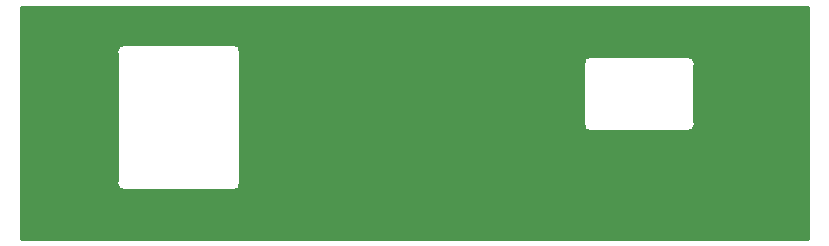
<source format=gtl>
G04 #@! TF.GenerationSoftware,KiCad,Pcbnew,5.0.0-rc2*
G04 #@! TF.CreationDate,2019-06-04T01:47:03-04:00*
G04 #@! TF.ProjectId,panelback,70616E656C6261636B2E6B696361645F,rev?*
G04 #@! TF.SameCoordinates,Original*
G04 #@! TF.FileFunction,Copper,L1,Top,Signal*
G04 #@! TF.FilePolarity,Positive*
%FSLAX46Y46*%
G04 Gerber Fmt 4.6, Leading zero omitted, Abs format (unit mm)*
G04 Created by KiCad (PCBNEW 5.0.0-rc2) date Tue Jun  4 01:47:03 2019*
%MOMM*%
%LPD*%
G01*
G04 APERTURE LIST*
G04 #@! TA.AperFunction,NonConductor*
%ADD10C,0.254000*%
G04 #@! TD*
G04 APERTURE END LIST*
D10*
G36*
X127288801Y-99288800D02*
X60711199Y-99288800D01*
X60711199Y-83500000D01*
X68774867Y-83500000D01*
X68788800Y-83570046D01*
X68788801Y-94429949D01*
X68774867Y-94500000D01*
X68830064Y-94777496D01*
X68873000Y-94841754D01*
X68873000Y-95000000D01*
X68882667Y-95048601D01*
X68910197Y-95089803D01*
X68951399Y-95117333D01*
X69000000Y-95127000D01*
X69158246Y-95127000D01*
X69222504Y-95169936D01*
X69429954Y-95211200D01*
X69500000Y-95225133D01*
X69570045Y-95211200D01*
X78429955Y-95211200D01*
X78500000Y-95225133D01*
X78570046Y-95211200D01*
X78777496Y-95169936D01*
X78841754Y-95127000D01*
X79000000Y-95127000D01*
X79048601Y-95117333D01*
X79089803Y-95089803D01*
X79117333Y-95048601D01*
X79127000Y-95000000D01*
X79127000Y-94841754D01*
X79169936Y-94777496D01*
X79225133Y-94500000D01*
X79211199Y-94429949D01*
X79211199Y-84500000D01*
X108274867Y-84500000D01*
X108288801Y-84570051D01*
X108288800Y-89429953D01*
X108274867Y-89500000D01*
X108330064Y-89777496D01*
X108373000Y-89841754D01*
X108373000Y-90000000D01*
X108382667Y-90048601D01*
X108410197Y-90089803D01*
X108451399Y-90117333D01*
X108500000Y-90127000D01*
X108658246Y-90127000D01*
X108722504Y-90169936D01*
X108929954Y-90211200D01*
X108929955Y-90211200D01*
X109000000Y-90225133D01*
X109070046Y-90211200D01*
X116929954Y-90211200D01*
X117000000Y-90225133D01*
X117070045Y-90211200D01*
X117070046Y-90211200D01*
X117277496Y-90169936D01*
X117341754Y-90127000D01*
X117500000Y-90127000D01*
X117548601Y-90117333D01*
X117589803Y-90089803D01*
X117617333Y-90048601D01*
X117627000Y-90000000D01*
X117627000Y-89841754D01*
X117669936Y-89777496D01*
X117725133Y-89500000D01*
X117711200Y-89429953D01*
X117711199Y-85070050D01*
X117711200Y-85070045D01*
X117711199Y-84570050D01*
X117725133Y-84500000D01*
X117669936Y-84222504D01*
X117627000Y-84158246D01*
X117627000Y-84000000D01*
X117617333Y-83951399D01*
X117589803Y-83910197D01*
X117548601Y-83882667D01*
X117500000Y-83873000D01*
X117341754Y-83873000D01*
X117277496Y-83830064D01*
X117070046Y-83788800D01*
X117000000Y-83774867D01*
X116929955Y-83788800D01*
X109070045Y-83788800D01*
X109000000Y-83774867D01*
X108929954Y-83788800D01*
X108722504Y-83830064D01*
X108658246Y-83873000D01*
X108500000Y-83873000D01*
X108451399Y-83882667D01*
X108410197Y-83910197D01*
X108382667Y-83951399D01*
X108373000Y-84000000D01*
X108373000Y-84158246D01*
X108330064Y-84222504D01*
X108274867Y-84500000D01*
X79211199Y-84500000D01*
X79211200Y-83570046D01*
X79225133Y-83500000D01*
X79169936Y-83222504D01*
X79127000Y-83158246D01*
X79127000Y-83000000D01*
X79117333Y-82951399D01*
X79089803Y-82910197D01*
X79048601Y-82882667D01*
X79000000Y-82873000D01*
X78841754Y-82873000D01*
X78777496Y-82830064D01*
X78570046Y-82788800D01*
X78570045Y-82788800D01*
X78500000Y-82774867D01*
X78429954Y-82788800D01*
X69570046Y-82788800D01*
X69500000Y-82774867D01*
X69429955Y-82788800D01*
X69429954Y-82788800D01*
X69222504Y-82830064D01*
X69158246Y-82873000D01*
X69000000Y-82873000D01*
X68951399Y-82882667D01*
X68910197Y-82910197D01*
X68882667Y-82951399D01*
X68873000Y-83000000D01*
X68873000Y-83158246D01*
X68830064Y-83222504D01*
X68774867Y-83500000D01*
X60711199Y-83500000D01*
X60711200Y-79711200D01*
X127288800Y-79711200D01*
X127288801Y-99288800D01*
X127288801Y-99288800D01*
G37*
X127288801Y-99288800D02*
X60711199Y-99288800D01*
X60711199Y-83500000D01*
X68774867Y-83500000D01*
X68788800Y-83570046D01*
X68788801Y-94429949D01*
X68774867Y-94500000D01*
X68830064Y-94777496D01*
X68873000Y-94841754D01*
X68873000Y-95000000D01*
X68882667Y-95048601D01*
X68910197Y-95089803D01*
X68951399Y-95117333D01*
X69000000Y-95127000D01*
X69158246Y-95127000D01*
X69222504Y-95169936D01*
X69429954Y-95211200D01*
X69500000Y-95225133D01*
X69570045Y-95211200D01*
X78429955Y-95211200D01*
X78500000Y-95225133D01*
X78570046Y-95211200D01*
X78777496Y-95169936D01*
X78841754Y-95127000D01*
X79000000Y-95127000D01*
X79048601Y-95117333D01*
X79089803Y-95089803D01*
X79117333Y-95048601D01*
X79127000Y-95000000D01*
X79127000Y-94841754D01*
X79169936Y-94777496D01*
X79225133Y-94500000D01*
X79211199Y-94429949D01*
X79211199Y-84500000D01*
X108274867Y-84500000D01*
X108288801Y-84570051D01*
X108288800Y-89429953D01*
X108274867Y-89500000D01*
X108330064Y-89777496D01*
X108373000Y-89841754D01*
X108373000Y-90000000D01*
X108382667Y-90048601D01*
X108410197Y-90089803D01*
X108451399Y-90117333D01*
X108500000Y-90127000D01*
X108658246Y-90127000D01*
X108722504Y-90169936D01*
X108929954Y-90211200D01*
X108929955Y-90211200D01*
X109000000Y-90225133D01*
X109070046Y-90211200D01*
X116929954Y-90211200D01*
X117000000Y-90225133D01*
X117070045Y-90211200D01*
X117070046Y-90211200D01*
X117277496Y-90169936D01*
X117341754Y-90127000D01*
X117500000Y-90127000D01*
X117548601Y-90117333D01*
X117589803Y-90089803D01*
X117617333Y-90048601D01*
X117627000Y-90000000D01*
X117627000Y-89841754D01*
X117669936Y-89777496D01*
X117725133Y-89500000D01*
X117711200Y-89429953D01*
X117711199Y-85070050D01*
X117711200Y-85070045D01*
X117711199Y-84570050D01*
X117725133Y-84500000D01*
X117669936Y-84222504D01*
X117627000Y-84158246D01*
X117627000Y-84000000D01*
X117617333Y-83951399D01*
X117589803Y-83910197D01*
X117548601Y-83882667D01*
X117500000Y-83873000D01*
X117341754Y-83873000D01*
X117277496Y-83830064D01*
X117070046Y-83788800D01*
X117000000Y-83774867D01*
X116929955Y-83788800D01*
X109070045Y-83788800D01*
X109000000Y-83774867D01*
X108929954Y-83788800D01*
X108722504Y-83830064D01*
X108658246Y-83873000D01*
X108500000Y-83873000D01*
X108451399Y-83882667D01*
X108410197Y-83910197D01*
X108382667Y-83951399D01*
X108373000Y-84000000D01*
X108373000Y-84158246D01*
X108330064Y-84222504D01*
X108274867Y-84500000D01*
X79211199Y-84500000D01*
X79211200Y-83570046D01*
X79225133Y-83500000D01*
X79169936Y-83222504D01*
X79127000Y-83158246D01*
X79127000Y-83000000D01*
X79117333Y-82951399D01*
X79089803Y-82910197D01*
X79048601Y-82882667D01*
X79000000Y-82873000D01*
X78841754Y-82873000D01*
X78777496Y-82830064D01*
X78570046Y-82788800D01*
X78570045Y-82788800D01*
X78500000Y-82774867D01*
X78429954Y-82788800D01*
X69570046Y-82788800D01*
X69500000Y-82774867D01*
X69429955Y-82788800D01*
X69429954Y-82788800D01*
X69222504Y-82830064D01*
X69158246Y-82873000D01*
X69000000Y-82873000D01*
X68951399Y-82882667D01*
X68910197Y-82910197D01*
X68882667Y-82951399D01*
X68873000Y-83000000D01*
X68873000Y-83158246D01*
X68830064Y-83222504D01*
X68774867Y-83500000D01*
X60711199Y-83500000D01*
X60711200Y-79711200D01*
X127288800Y-79711200D01*
X127288801Y-99288800D01*
M02*

</source>
